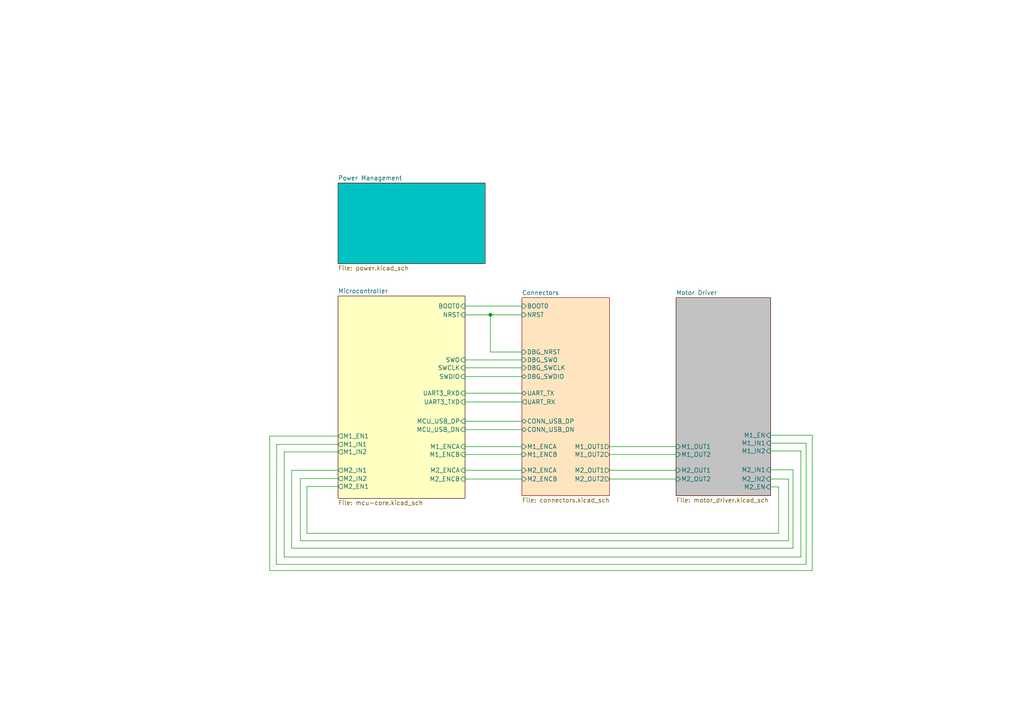
<source format=kicad_sch>
(kicad_sch (version 20211123) (generator eeschema)
  (paper "A4")
  (title_block (date "2023-04-29"))
  (lib_symbols)
  (junction (at 142.24 91.313))
  (wire (pts (xy 134.874 106.68) (xy 151.384 106.68)))
  (wire (pts (xy 134.874 109.22) (xy 151.384 109.22)))
  (wire (pts (xy 228.727 138.938) (xy 228.727 156.845)))
  (wire (pts (xy 228.727 156.845) (xy 87.122 156.845)))
  (wire (pts (xy 176.784 136.398) (xy 196.088 136.398)))
  (wire (pts (xy 142.24 102.108) (xy 151.384 102.108)))
  (wire (pts (xy 229.997 159.004) (xy 229.997 136.271)))
  (wire (pts (xy 82.423 161.544) (xy 232.283 161.544)))
  (wire (pts (xy 176.784 131.826) (xy 196.088 131.826)))
  (wire (pts (xy 233.807 163.703) (xy 80.137 163.703)))
  (wire (pts (xy 98.044 131.064) (xy 82.423 131.064)))
  (wire (pts (xy 176.784 138.938) (xy 196.088 138.938)))
  (wire (pts (xy 225.806 154.686) (xy 225.806 141.224)))
  (wire (pts (xy 78.232 126.492) (xy 78.232 165.481)))
  (wire (pts (xy 134.874 138.938) (xy 151.384 138.938)))
  (wire (pts (xy 223.52 128.524) (xy 233.807 128.524)))
  (wire (pts (xy 87.122 138.811) (xy 98.044 138.811)))
  (wire (pts (xy 142.24 91.313) (xy 142.24 102.108)))
  (wire (pts (xy 134.874 91.313) (xy 142.24 91.313)))
  (wire (pts (xy 80.264 128.905) (xy 98.044 128.905)))
  (wire (pts (xy 89.027 154.686) (xy 225.806 154.686)))
  (wire (pts (xy 232.283 161.544) (xy 232.283 130.81)))
  (wire (pts (xy 142.24 91.313) (xy 151.384 91.313)))
  (wire (pts (xy 134.874 116.586) (xy 151.384 116.586)))
  (wire (pts (xy 80.137 163.703) (xy 80.264 128.905)))
  (wire (pts (xy 235.585 165.481) (xy 235.585 126.238)))
  (wire (pts (xy 232.283 130.81) (xy 223.52 130.81)))
  (wire (pts (xy 134.874 136.398) (xy 151.384 136.398)))
  (wire (pts (xy 84.582 136.398) (xy 84.582 159.004)))
  (wire (pts (xy 87.122 156.845) (xy 87.122 138.811)))
  (wire (pts (xy 134.874 122.174) (xy 151.384 122.174)))
  (wire (pts (xy 98.044 141.097) (xy 89.027 141.097)))
  (wire (pts (xy 98.044 126.492) (xy 78.232 126.492)))
  (wire (pts (xy 134.874 104.394) (xy 151.384 104.394)))
  (wire (pts (xy 233.807 128.524) (xy 233.807 163.703)))
  (wire (pts (xy 78.232 165.481) (xy 235.585 165.481)))
  (wire (pts (xy 134.874 129.54) (xy 151.384 129.54)))
  (wire (pts (xy 134.874 88.773) (xy 151.384 88.773)))
  (wire (pts (xy 134.874 131.826) (xy 151.384 131.826)))
  (wire (pts (xy 84.582 159.004) (xy 229.997 159.004)))
  (wire (pts (xy 82.423 131.064) (xy 82.423 161.544)))
  (wire (pts (xy 98.044 136.398) (xy 84.582 136.398)))
  (wire (pts (xy 223.52 136.271) (xy 229.997 136.271)))
  (wire (pts (xy 89.027 141.097) (xy 89.027 154.686)))
  (wire (pts (xy 134.874 124.587) (xy 151.384 124.587)))
  (wire (pts (xy 134.874 114.046) (xy 151.384 114.046)))
  (wire (pts (xy 225.806 141.224) (xy 223.52 141.224)))
  (wire (pts (xy 235.585 126.238) (xy 223.52 126.238)))
  (wire (pts (xy 223.52 138.938) (xy 228.727 138.938)))
  (wire (pts (xy 176.784 129.54) (xy 196.088 129.54)))
  (sheet (at 196.088 86.36) (size 27.432 57.404) (stroke (width 0.1524) (color 72 0 0 1)) (fill (color 194 194 194 1.0000))
    (property "Sheet name" "Motor Driver" (at 196.088 85.6484 0) (effects (justify left bottom)))
    (property "Sheet file" "motor_driver.kicad_sch" (at 196.088 144.3486 0) (effects (justify left top)))
    (pin "M2_OUT2" input (at 196.088 138.938 180))
    (pin "M1_OUT2" input (at 196.088 131.826 180))
    (pin "M2_OUT1" input (at 196.088 136.398 180))
    (pin "M1_OUT1" input (at 196.088 129.54 180))
    (pin "M1_IN1" input (at 223.52 128.524 0))
    (pin "M1_IN2" input (at 223.52 130.81 0))
    (pin "M2_IN2" input (at 223.52 138.938 0))
    (pin "M2_IN1" input (at 223.52 136.271 0))
    (pin "M2_EN" input (at 223.52 141.224 0))
    (pin "M1_EN" input (at 223.52 126.238 0))
  )
  (sheet (at 98.044 85.852) (size 36.83 58.674) (stroke (width 0.1524) (color 72 0 0 1)) (fill (color 255 255 194 1.0000))
    (property "Sheet name" "Microcontroller" (at 98.044 85.1404 0) (effects (justify left bottom)))
    (property "Sheet file" "mcu-core.kicad_sch" (at 98.044 145.1106 0) (effects (justify left top)))
    (pin "NRST" input (at 134.874 91.313 0))
    (pin "BOOT0" input (at 134.874 88.773 0))
    (pin "SWDIO" input (at 134.874 109.22 0))
    (pin "SWCLK" input (at 134.874 106.68 0))
    (pin "SWO" input (at 134.874 104.394 0))
    (pin "MCU_USB_DP" input (at 134.874 122.174 0))
    (pin "MCU_USB_DN" input (at 134.874 124.587 0))
    (pin "M2_ENCA" input (at 134.874 136.398 0))
    (pin "M1_ENCB" input (at 134.874 131.826 0))
    (pin "M1_ENCA" input (at 134.874 129.54 0))
    (pin "M2_ENCB" input (at 134.874 138.938 0))
    (pin "M1_EN1" output (at 98.044 126.492 180))
    (pin "M1_IN1" output (at 98.044 128.905 180))
    (pin "M1_IN2" output (at 98.044 131.064 180))
    (pin "M2_EN1" output (at 98.044 141.097 180))
    (pin "M2_IN1" output (at 98.044 136.398 180))
    (pin "M2_IN2" output (at 98.044 138.811 180))
    (pin "UART3_TXD" input (at 134.874 116.586 0))
    (pin "UART3_RXD" input (at 134.874 114.046 0))
  )
  (sheet (at 151.384 86.36) (size 25.4 57.404) (stroke (width 0.1524)) (fill (color 255 229 191 1.0000))
    (property "Sheet name" "Connectors" (at 151.384 85.6484 0) (effects (justify left bottom)))
    (property "Sheet file" "connectors.kicad_sch" (at 151.384 144.3486 0) (effects (justify left top)))
    (pin "M1_ENCB" input (at 151.384 131.826 180))
    (pin "M2_ENCB" input (at 151.384 138.938 180))
    (pin "M2_OUT2" output (at 176.784 138.938 0))
    (pin "M2_OUT1" output (at 176.784 136.398 0))
    (pin "M2_ENCA" input (at 151.384 136.398 180))
    (pin "M1_OUT1" output (at 176.784 129.54 0))
    (pin "M1_ENCA" input (at 151.384 129.54 180))
    (pin "M1_OUT2" output (at 176.784 131.826 0))
    (pin "DBG_SWDIO" bidirectional (at 151.384 109.22 180))
    (pin "DBG_SWCLK" input (at 151.384 106.68 180))
    (pin "DBG_SWO" input (at 151.384 104.394 180))
    (pin "DBG_NRST" input (at 151.384 102.108 180))
    (pin "CONN_USB_DP" bidirectional (at 151.384 122.174 180))
    (pin "CONN_USB_DN" bidirectional (at 151.384 124.587 180))
    (pin "UART_TX" bidirectional (at 151.384 114.046 180))
    (pin "UART_RX" output (at 151.384 116.586 180))
    (pin "BOOT0" input (at 151.384 88.773 180))
    (pin "NRST" input (at 151.384 91.313 180))
  )
  (sheet (at 98.044 53.086) (size 42.672 23.368) (stroke (width 0.1524) (color 72 0 0 1)) (fill (color 0 194 194 1.0000))
    (property "Sheet name" "Power Management" (at 98.044 52.3744 0) (effects (justify left bottom)))
    (property "Sheet file" "power.kicad_sch" (at 98.044 77.0386 0) (effects (justify left top)))
  )
)
</source>
